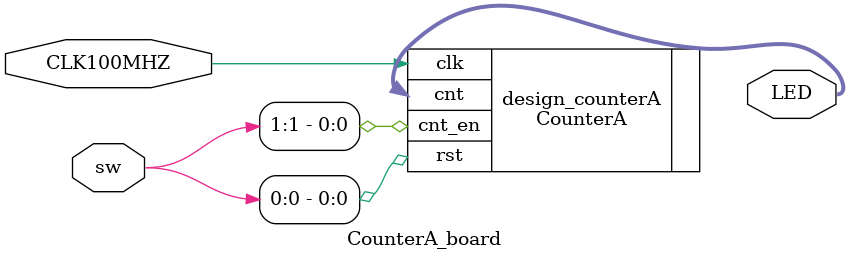
<source format=v>
`timescale 1ns / 1ps


module CounterA_board(
    input wire CLK100MHZ,
    input wire [15:0] sw,
    output wire [15:0] LED 
    );
    
    CounterA design_counterA(
        .clk(CLK100MHZ),
        .rst(sw[0]),
        .cnt_en(sw[1]),
        .cnt(LED)
    );
endmodule

</source>
